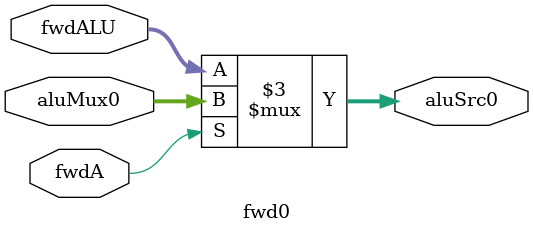
<source format=v>
module fwd0(
    input [31:0] aluMux0, fwdALU,
    input fwdA,
    output reg [31:0] aluSrc0
);

always@(*) begin
    if (fwdA) begin
        aluSrc0 = aluMux0;
    end
    else begin
        aluSrc0 = fwdALU;
    end
end

endmodule
</source>
